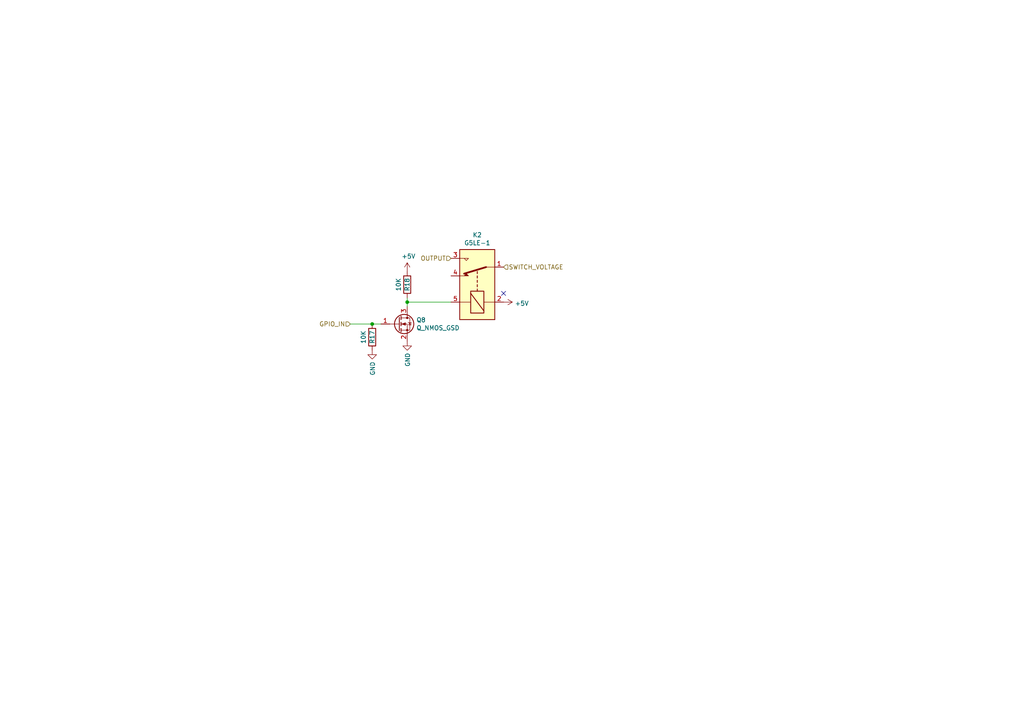
<source format=kicad_sch>
(kicad_sch (version 20230121) (generator eeschema)
  (paper "A4")
  (lib_symbols
    (symbol "Device:Q_NMOS_GSD" (pin_names (offset 0) hide)
      (property "Reference" "Q" (at 5.08 1.27 0))
      (property "Value" "Q_NMOS_GSD" (at 5.08 -1.27 0))
      (symbol "Q_NMOS_GSD_0_1"
        (polyline (pts (xy 0.254 0) (xy -2.54 0)))
        (polyline (pts (xy 0.254 1.905) (xy 0.254 -1.905)) (stroke (width 0.254)))
        (polyline (pts (xy 0.762 -1.27) (xy 0.762 -2.286)) (stroke (width 0.254)))
        (polyline (pts (xy 0.762 0.508) (xy 0.762 -0.508)) (stroke (width 0.254)))
        (polyline (pts (xy 0.762 2.286) (xy 0.762 1.27)) (stroke (width 0.254)))
        (polyline (pts (xy 2.54 2.54) (xy 2.54 1.778)))
        (polyline (pts (xy 2.54 -2.54) (xy 2.54 0) (xy 0.762 0)))
        (polyline (pts (xy 0.762 -1.778) (xy 3.302 -1.778) (xy 3.302 1.778) (xy 0.762 1.778)))
        (polyline (pts (xy 1.016 0) (xy 2.032 0.381) (xy 2.032 -0.381) (xy 1.016 0)) (fill (type outline)))
        (polyline (pts (xy 2.794 0.508) (xy 2.921 0.381) (xy 3.683 0.381) (xy 3.81 0.254)))
        (polyline (pts (xy 3.302 0.381) (xy 2.921 -0.254) (xy 3.683 -0.254) (xy 3.302 0.381)))
        (circle (center 1.651 0) (radius 2.794) (stroke (width 0.254)))
        (circle (center 2.54 -1.778) (radius 0.254) (fill (type outline)))
        (circle (center 2.54 1.778) (radius 0.254) (fill (type outline)))
      )
      (symbol "Q_NMOS_GSD_1_1"
        (pin input line (at -5.08 0 0) (length 2.54) (name "G") (number "1"))
        (pin passive line (at 2.54 -5.08 90) (length 2.54) (name "S") (number "2"))
        (pin passive line (at 2.54 5.08 270) (length 2.54) (name "D") (number "3"))
      )
    )
    (symbol "Device:R" (pin_numbers hide) (pin_names (offset 0))
      (property "Reference" "R" (at 2.032 0 90))
      (property "Value" "R" (at 0 0 90))
      (symbol "R_0_1"
        (rectangle (start -1.016 -2.54) (end 1.016 2.54) (stroke (width 0.254)))
      )
      (symbol "R_1_1"
        (pin passive line (at 0 3.81 270) (length 1.27) (name "~") (number "1"))
        (pin passive line (at 0 -3.81 90) (length 1.27) (name "~") (number "2"))
      )
    )
    (symbol "Relay:G5LE-1"
      (property "Reference" "K" (at 11.43 3.81 0))
      (property "Value" "G5LE-1" (at 11.43 1.27 0))
      (symbol "G5LE-1_0_0"
        (polyline (pts (xy 7.62 5.08) (xy 7.62 2.54) (xy 6.985 3.175) (xy 7.62 3.81)))
      )
      (symbol "G5LE-1_0_1"
        (rectangle (start -10.16 5.08) (end 10.16 -5.08) (stroke (width 0.254)) (fill (type background)))
        (rectangle (start -8.255 1.905) (end -1.905 -1.905) (stroke (width 0.254)))
        (polyline (pts (xy -7.62 -1.905) (xy -2.54 1.905)) (stroke (width 0.254)))
        (polyline (pts (xy -5.08 -5.08) (xy -5.08 -1.905)))
        (polyline (pts (xy -5.08 5.08) (xy -5.08 1.905)))
        (polyline (pts (xy -1.905 0) (xy -1.27 0)) (stroke (width 0.254)))
        (polyline (pts (xy -0.635 0) (xy 0 0)) (stroke (width 0.254)))
        (polyline (pts (xy 0.635 0) (xy 1.27 0)) (stroke (width 0.254)))
        (polyline (pts (xy 1.905 0) (xy 2.54 0)) (stroke (width 0.254)))
        (polyline (pts (xy 3.175 0) (xy 3.81 0)) (stroke (width 0.254)))
        (polyline (pts (xy 5.08 -2.54) (xy 3.175 3.81)) (stroke (width 0.508)))
        (polyline (pts (xy 5.08 -2.54) (xy 5.08 -5.08)))
        (polyline (pts (xy 2.54 5.08) (xy 2.54 2.54) (xy 3.175 3.175) (xy 2.54 3.81)) (fill (type outline)))
      )
      (symbol "G5LE-1_1_1"
        (pin passive line (at 5.08 -7.62 90) (length 2.54) (name "~") (number "1"))
        (pin passive line (at -5.08 -7.62 90) (length 2.54) (name "~") (number "2"))
        (pin passive line (at 7.62 7.62 270) (length 2.54) (name "~") (number "3"))
        (pin passive line (at 2.54 7.62 270) (length 2.54) (name "~") (number "4"))
        (pin passive line (at -5.08 7.62 270) (length 2.54) (name "~") (number "5"))
      )
    )
    (symbol "power:+5V" (power) (pin_names (offset 0))
      (property "Value" "+5V" (at 0 3.556 0))
      (symbol "+5V_0_1"
        (polyline (pts (xy -0.762 1.27) (xy 0 2.54)))
        (polyline (pts (xy 0 0) (xy 0 2.54)))
        (polyline (pts (xy 0 2.54) (xy 0.762 1.27)))
      )
      (symbol "+5V_1_1"
        (pin power_in line (at 0 0 90) (length 0) hide (name "+5V") (number "1"))
      )
    )
    (symbol "power:GND" (power) (pin_names (offset 0))
      (property "Value" "GND" (at 0 -3.81 0))
      (symbol "GND_0_1"
        (polyline (pts (xy 0 0) (xy 0 -1.27) (xy 1.27 -1.27) (xy 0 -2.54) (xy -1.27 -1.27) (xy 0 -1.27)))
      )
      (symbol "GND_1_1"
        (pin power_in line (at 0 0 270) (length 0) hide (name "GND") (number "1"))
      )
    )
  )
  (junction (at 107.95 93.98))
  (junction (at 118.11 87.63))
  (no_connect (at 146.05 85.09))
  (wire (pts (xy 118.11 86.36) (xy 118.11 87.63)))
  (wire (pts (xy 118.11 87.63) (xy 130.81 87.63)))
  (wire (pts (xy 101.6 93.98) (xy 107.95 93.98)))
  (wire (pts (xy 118.11 87.63) (xy 118.11 88.9)))
  (wire (pts (xy 110.49 93.98) (xy 107.95 93.98)))
  (hierarchical_label "GPIO_IN" (shape input) (at 101.6 93.98 180))
  (hierarchical_label "OUTPUT" (shape input) (at 130.81 74.93 180))
  (hierarchical_label "SWITCH_VOLTAGE" (shape input) (at 146.05 77.47 0))
  (symbol (lib_id "power:+5V") (at 118.11 78.74 0) (unit 1)
    (property "Reference" "#PWR0164" (effects hide))
    (property "Value" "+5V" (at 118.491 74.3458 0))
    (instances (project "AttitudeMotorController" (path "" (reference "#PWR0164") (unit 1)) (path "" (reference "#PWR0160") (unit 1))))
  )
  (symbol (lib_id "Device:Q_NMOS_GSD") (at 115.57 93.98 0) (unit 1)
    (property "Reference" "Q8" (at 120.7516 92.8116 0) (effects (justify left)))
    (property "Value" "Q_NMOS_GSD" (at 120.7516 95.123 0) (effects (justify left)))
    (property "Footprint" "Package_TO_SOT_SMD:SOT-23_Handsoldering" (effects hide))
    (instances (project "AttitudeMotorController" (path "" (reference "Q8") (unit 1)) (path "" (reference "Q7") (unit 1))))
  )
  (symbol (lib_id "Device:R") (at 118.11 82.55 180) (unit 1)
    (property "Reference" "R18" (at 118.11 82.55 90))
    (property "Value" "10K" (at 115.57 82.55 90))
    (property "Footprint" "Resistor_SMD:R_0603_1608Metric_Pad0.98x0.95mm_HandSolder" (effects hide))
    (instances (project "AttitudeMotorController" (path "" (reference "R18") (unit 1)) (path "" (reference "R16") (unit 1))))
  )
  (symbol (lib_id "Device:R") (at 107.95 97.79 180) (unit 1)
    (property "Reference" "R17" (at 107.95 97.79 90))
    (property "Value" "10K" (at 105.41 97.79 90))
    (property "Footprint" "Resistor_SMD:R_0603_1608Metric_Pad0.98x0.95mm_HandSolder" (effects hide))
    (instances (project "AttitudeMotorController" (path "" (reference "R17") (unit 1)) (path "" (reference "R15") (unit 1))))
  )
  (symbol (lib_id "power:GND") (at 118.11 99.06 0) (unit 1)
    (property "Reference" "#PWR0165" (effects hide))
    (property "Value" "GND" (at 118.237 102.3112 90) (effects (justify right)))
    (instances (project "AttitudeMotorController" (path "" (reference "#PWR0165") (unit 1)) (path "" (reference "#PWR0161") (unit 1))))
  )
  (symbol (lib_id "power:GND") (at 107.95 101.6 0) (unit 1)
    (property "Reference" "#PWR0166" (effects hide))
    (property "Value" "GND" (at 108.077 104.8512 90) (effects (justify right)))
    (instances (project "AttitudeMotorController" (path "" (reference "#PWR0166") (unit 1)) (path "" (reference "#PWR0162") (unit 1))))
  )
  (symbol (lib_id "power:+5V") (at 146.05 87.63 270) (unit 1)
    (property "Reference" "#PWR0167" (effects hide))
    (property "Value" "+5V" (at 149.3012 88.011 90) (effects (justify left)))
    (instances (project "AttitudeMotorController" (path "" (reference "#PWR0167") (unit 1)) (path "" (reference "#PWR0163") (unit 1))))
  )
  (symbol (lib_id "Relay:G5LE-1") (at 138.43 82.55 90) (unit 1)
    (property "Reference" "K2" (at 138.43 68.1482 90))
    (property "Value" "G5LE-1" (at 138.43 70.4596 90))
    (property "Footprint" "Relay_THT:Relay_SPDT_Omron-G5LE-1" (effects hide))
    (property "Datasheet" "http://www.omron.com/ecb/products/pdf/en-g5le.pdf" (effects hide))
    (instances (project "AttitudeMotorController" (path "" (reference "K2") (unit 1)) (path "" (reference "K1") (unit 1))))
  )
)
</source>
